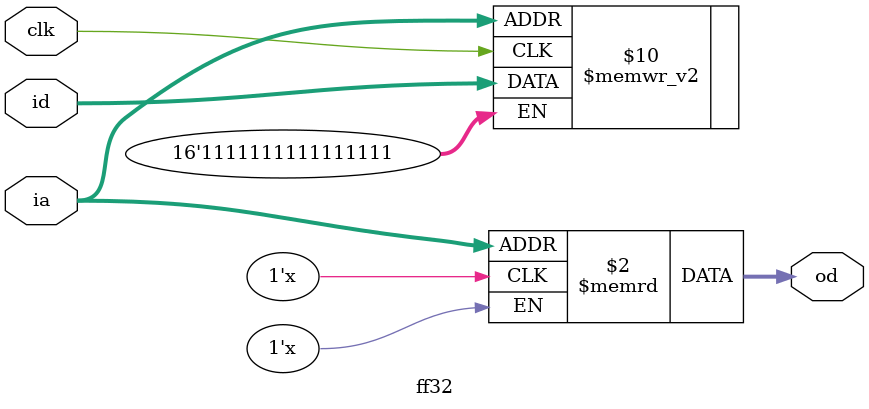
<source format=v>
module ff32 (
	input [15:0] id, output [15:0] od,
	input [4:0] ia, input clk
);
reg [15:0] mem [0:31];
assign od = mem[ia];
always @ (posedge clk) 
	mem[ia] <= id;
endmodule

</source>
